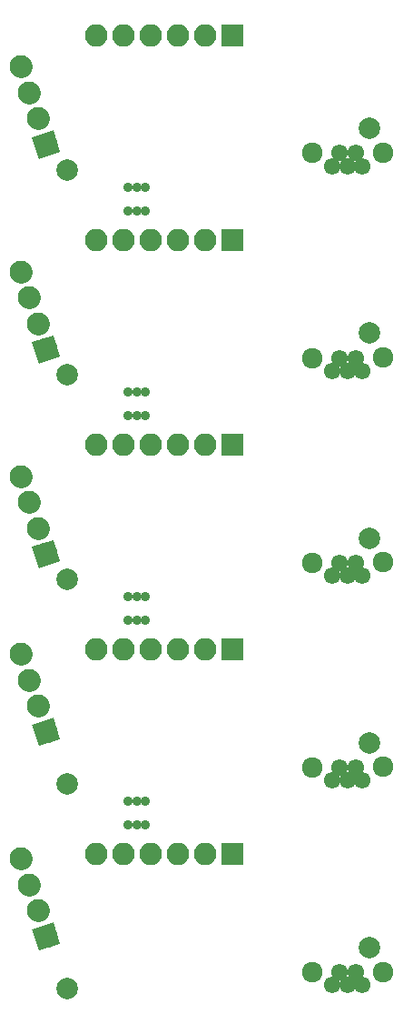
<source format=gts>
G04 #@! TF.GenerationSoftware,KiCad,Pcbnew,5.0.0-fee4fd1~66~ubuntu16.04.1*
G04 #@! TF.CreationDate,2018-10-22T20:20:06+02:00*
G04 #@! TF.ProjectId,WiRoc_NanoPi_SideOledPCB_v1_Panelized,5769526F635F4E616E6F50695F536964,rev?*
G04 #@! TF.SameCoordinates,Original*
G04 #@! TF.FileFunction,Soldermask,Top*
G04 #@! TF.FilePolarity,Negative*
%FSLAX46Y46*%
G04 Gerber Fmt 4.6, Leading zero omitted, Abs format (unit mm)*
G04 Created by KiCad (PCBNEW 5.0.0-fee4fd1~66~ubuntu16.04.1) date Mon Oct 22 20:20:06 2018*
%MOMM*%
%LPD*%
G01*
G04 APERTURE LIST*
%ADD10C,2.000000*%
%ADD11C,1.924000*%
%ADD12C,1.550000*%
%ADD13O,2.100000X2.100000*%
%ADD14R,2.100000X2.100000*%
%ADD15C,2.100000*%
%ADD16C,2.100000*%
%ADD17C,0.100000*%
%ADD18C,0.900000*%
G04 APERTURE END LIST*
D10*
G04 #@! TO.C,FID1*
X43517820Y-116230900D03*
G04 #@! TD*
G04 #@! TO.C,FID1*
X43517820Y-97164900D03*
G04 #@! TD*
G04 #@! TO.C,FID1*
X43517820Y-78098900D03*
G04 #@! TD*
G04 #@! TO.C,FID1*
X43517820Y-59032900D03*
G04 #@! TD*
D11*
G04 #@! TO.C,J1*
X66322500Y-114684800D03*
X72972500Y-114634800D03*
D12*
X71047500Y-115884800D03*
X69647500Y-115884800D03*
X68247500Y-115884800D03*
X70397500Y-114684800D03*
X68897500Y-114684800D03*
G04 #@! TD*
D11*
G04 #@! TO.C,J1*
X66322500Y-95618800D03*
X72972500Y-95568800D03*
D12*
X71047500Y-96818800D03*
X69647500Y-96818800D03*
X68247500Y-96818800D03*
X70397500Y-95618800D03*
X68897500Y-95618800D03*
G04 #@! TD*
D11*
G04 #@! TO.C,J1*
X66322500Y-76552800D03*
X72972500Y-76502800D03*
D12*
X71047500Y-77752800D03*
X69647500Y-77752800D03*
X68247500Y-77752800D03*
X70397500Y-76552800D03*
X68897500Y-76552800D03*
G04 #@! TD*
D11*
G04 #@! TO.C,J1*
X66322500Y-57486800D03*
X72972500Y-57436800D03*
D12*
X71047500Y-58686800D03*
X69647500Y-58686800D03*
X68247500Y-58686800D03*
X70397500Y-57486800D03*
X68897500Y-57486800D03*
G04 #@! TD*
D13*
G04 #@! TO.C,J3*
X46164000Y-103696000D03*
X48704000Y-103696000D03*
X51244000Y-103696000D03*
X53784000Y-103696000D03*
X56324000Y-103696000D03*
D14*
X58864000Y-103696000D03*
G04 #@! TD*
D13*
G04 #@! TO.C,J3*
X46164000Y-84630000D03*
X48704000Y-84630000D03*
X51244000Y-84630000D03*
X53784000Y-84630000D03*
X56324000Y-84630000D03*
D14*
X58864000Y-84630000D03*
G04 #@! TD*
D13*
G04 #@! TO.C,J3*
X46164000Y-65564000D03*
X48704000Y-65564000D03*
X51244000Y-65564000D03*
X53784000Y-65564000D03*
X56324000Y-65564000D03*
D14*
X58864000Y-65564000D03*
G04 #@! TD*
D13*
G04 #@! TO.C,J3*
X46164000Y-46498000D03*
X48704000Y-46498000D03*
X51244000Y-46498000D03*
X53784000Y-46498000D03*
X56324000Y-46498000D03*
D14*
X58864000Y-46498000D03*
G04 #@! TD*
D10*
G04 #@! TO.C,FID2*
X71711820Y-112392960D03*
G04 #@! TD*
G04 #@! TO.C,FID2*
X71711820Y-93326960D03*
G04 #@! TD*
G04 #@! TO.C,FID2*
X71711820Y-74260960D03*
G04 #@! TD*
G04 #@! TO.C,FID2*
X71711820Y-55194960D03*
G04 #@! TD*
D15*
G04 #@! TO.C,J2*
X39172291Y-104108949D03*
D16*
X39172291Y-104108949D02*
X39172291Y-104108949D01*
D15*
X39957194Y-106524633D03*
D16*
X39957194Y-106524633D02*
X39957194Y-106524633D01*
D15*
X40742097Y-108940316D03*
D16*
X40742097Y-108940316D02*
X40742097Y-108940316D01*
D15*
X41527000Y-111356000D03*
D17*
G36*
X42201141Y-110032923D02*
X42850077Y-112030141D01*
X40852859Y-112679077D01*
X40203923Y-110681859D01*
X42201141Y-110032923D01*
X42201141Y-110032923D01*
G37*
G04 #@! TD*
D15*
G04 #@! TO.C,J2*
X39172291Y-85042949D03*
D16*
X39172291Y-85042949D02*
X39172291Y-85042949D01*
D15*
X39957194Y-87458633D03*
D16*
X39957194Y-87458633D02*
X39957194Y-87458633D01*
D15*
X40742097Y-89874316D03*
D16*
X40742097Y-89874316D02*
X40742097Y-89874316D01*
D15*
X41527000Y-92290000D03*
D17*
G36*
X42201141Y-90966923D02*
X42850077Y-92964141D01*
X40852859Y-93613077D01*
X40203923Y-91615859D01*
X42201141Y-90966923D01*
X42201141Y-90966923D01*
G37*
G04 #@! TD*
D15*
G04 #@! TO.C,J2*
X39172291Y-68516949D03*
D16*
X39172291Y-68516949D02*
X39172291Y-68516949D01*
D15*
X39957194Y-70932633D03*
D16*
X39957194Y-70932633D02*
X39957194Y-70932633D01*
D15*
X40742097Y-73348316D03*
D16*
X40742097Y-73348316D02*
X40742097Y-73348316D01*
D15*
X41527000Y-75764000D03*
D17*
G36*
X42201141Y-74440923D02*
X42850077Y-76438141D01*
X40852859Y-77087077D01*
X40203923Y-75089859D01*
X42201141Y-74440923D01*
X42201141Y-74440923D01*
G37*
G04 #@! TD*
D15*
G04 #@! TO.C,J2*
X39172291Y-49450949D03*
D16*
X39172291Y-49450949D02*
X39172291Y-49450949D01*
D15*
X39957194Y-51866633D03*
D16*
X39957194Y-51866633D02*
X39957194Y-51866633D01*
D15*
X40742097Y-54282316D03*
D16*
X40742097Y-54282316D02*
X40742097Y-54282316D01*
D15*
X41527000Y-56698000D03*
D17*
G36*
X42201141Y-55374923D02*
X42850077Y-57372141D01*
X40852859Y-58021077D01*
X40203923Y-56023859D01*
X42201141Y-55374923D01*
X42201141Y-55374923D01*
G37*
G04 #@! TD*
D12*
G04 #@! TO.C,J1*
X68897500Y-38420800D03*
X70397500Y-38420800D03*
X68247500Y-39620800D03*
X69647500Y-39620800D03*
X71047500Y-39620800D03*
D11*
X72972500Y-38370800D03*
X66322500Y-38420800D03*
G04 #@! TD*
D10*
G04 #@! TO.C,FID2*
X71711820Y-36128960D03*
G04 #@! TD*
D15*
G04 #@! TO.C,J2*
X41527000Y-37632000D03*
D17*
G36*
X42201141Y-36308923D02*
X42850077Y-38306141D01*
X40852859Y-38955077D01*
X40203923Y-36957859D01*
X42201141Y-36308923D01*
X42201141Y-36308923D01*
G37*
D15*
X40742097Y-35216316D03*
D16*
X40742097Y-35216316D02*
X40742097Y-35216316D01*
D15*
X39957194Y-32800633D03*
D16*
X39957194Y-32800633D02*
X39957194Y-32800633D01*
D15*
X39172291Y-30384949D03*
D16*
X39172291Y-30384949D02*
X39172291Y-30384949D01*
G04 #@! TD*
D14*
G04 #@! TO.C,J3*
X58864000Y-27432000D03*
D13*
X56324000Y-27432000D03*
X53784000Y-27432000D03*
X51244000Y-27432000D03*
X48704000Y-27432000D03*
X46164000Y-27432000D03*
G04 #@! TD*
D10*
G04 #@! TO.C,FID1*
X43517820Y-39966900D03*
G04 #@! TD*
D18*
G04 #@! TO.C,mouse-bite-2.54mm-slot*
X50800000Y-43800000D03*
X49200000Y-43800000D03*
X49200000Y-41600000D03*
X50800000Y-41600000D03*
X50000000Y-43800000D03*
X50000000Y-41600000D03*
G04 #@! TD*
G04 #@! TO.C,mouse-bite-2.54mm-slot*
X50800000Y-62866000D03*
X49200000Y-62866000D03*
X49200000Y-60666000D03*
X50800000Y-60666000D03*
X50000000Y-62866000D03*
X50000000Y-60666000D03*
G04 #@! TD*
G04 #@! TO.C,mouse-bite-2.54mm-slot*
X50800000Y-81932000D03*
X49200000Y-81932000D03*
X49200000Y-79732000D03*
X50800000Y-79732000D03*
X50000000Y-81932000D03*
X50000000Y-79732000D03*
G04 #@! TD*
G04 #@! TO.C,mouse-bite-2.54mm-slot*
X50800000Y-100998000D03*
X49200000Y-100998000D03*
X49200000Y-98798000D03*
X50800000Y-98798000D03*
X50000000Y-100998000D03*
X50000000Y-98798000D03*
G04 #@! TD*
M02*

</source>
